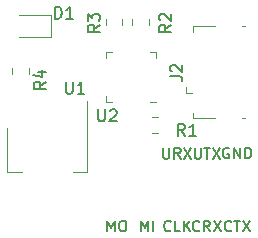
<source format=gbr>
%TF.GenerationSoftware,KiCad,Pcbnew,(5.0.0)*%
%TF.CreationDate,2019-02-19T13:25:24-06:00*%
%TF.ProjectId,USBBreakout,555342427265616B6F75742E6B696361,rev?*%
%TF.SameCoordinates,Original*%
%TF.FileFunction,Legend,Top*%
%TF.FilePolarity,Positive*%
%FSLAX46Y46*%
G04 Gerber Fmt 4.6, Leading zero omitted, Abs format (unit mm)*
G04 Created by KiCad (PCBNEW (5.0.0)) date 02/19/19 13:25:24*
%MOMM*%
%LPD*%
G01*
G04 APERTURE LIST*
%ADD10C,0.150000*%
%ADD11C,0.120000*%
G04 APERTURE END LIST*
D10*
X154299585Y-93512542D02*
X154299585Y-94241114D01*
X154342442Y-94326828D01*
X154385300Y-94369685D01*
X154471014Y-94412542D01*
X154642442Y-94412542D01*
X154728157Y-94369685D01*
X154771014Y-94326828D01*
X154813871Y-94241114D01*
X154813871Y-93512542D01*
X155756728Y-94412542D02*
X155456728Y-93983971D01*
X155242442Y-94412542D02*
X155242442Y-93512542D01*
X155585300Y-93512542D01*
X155671014Y-93555400D01*
X155713871Y-93598257D01*
X155756728Y-93683971D01*
X155756728Y-93812542D01*
X155713871Y-93898257D01*
X155671014Y-93941114D01*
X155585300Y-93983971D01*
X155242442Y-93983971D01*
X156056728Y-93512542D02*
X156656728Y-94412542D01*
X156656728Y-93512542D02*
X156056728Y-94412542D01*
X156946728Y-93512542D02*
X156946728Y-94241114D01*
X156989585Y-94326828D01*
X157032442Y-94369685D01*
X157118157Y-94412542D01*
X157289585Y-94412542D01*
X157375300Y-94369685D01*
X157418157Y-94326828D01*
X157461014Y-94241114D01*
X157461014Y-93512542D01*
X157761014Y-93512542D02*
X158275300Y-93512542D01*
X158018157Y-94412542D02*
X158018157Y-93512542D01*
X158489585Y-93512542D02*
X159089585Y-94412542D01*
X159089585Y-93512542D02*
X158489585Y-94412542D01*
X159854985Y-93530000D02*
X159769271Y-93487142D01*
X159640700Y-93487142D01*
X159512128Y-93530000D01*
X159426414Y-93615714D01*
X159383557Y-93701428D01*
X159340700Y-93872857D01*
X159340700Y-94001428D01*
X159383557Y-94172857D01*
X159426414Y-94258571D01*
X159512128Y-94344285D01*
X159640700Y-94387142D01*
X159726414Y-94387142D01*
X159854985Y-94344285D01*
X159897842Y-94301428D01*
X159897842Y-94001428D01*
X159726414Y-94001428D01*
X160283557Y-94387142D02*
X160283557Y-93487142D01*
X160797842Y-94387142D01*
X160797842Y-93487142D01*
X161226414Y-94387142D02*
X161226414Y-93487142D01*
X161440700Y-93487142D01*
X161569271Y-93530000D01*
X161654985Y-93615714D01*
X161697842Y-93701428D01*
X161740700Y-93872857D01*
X161740700Y-94001428D01*
X161697842Y-94172857D01*
X161654985Y-94258571D01*
X161569271Y-94344285D01*
X161440700Y-94387142D01*
X161226414Y-94387142D01*
X149571171Y-100572042D02*
X149571171Y-99672042D01*
X149871171Y-100314900D01*
X150171171Y-99672042D01*
X150171171Y-100572042D01*
X150771171Y-99672042D02*
X150942600Y-99672042D01*
X151028314Y-99714900D01*
X151114028Y-99800614D01*
X151156885Y-99972042D01*
X151156885Y-100272042D01*
X151114028Y-100443471D01*
X151028314Y-100529185D01*
X150942600Y-100572042D01*
X150771171Y-100572042D01*
X150685457Y-100529185D01*
X150599742Y-100443471D01*
X150556885Y-100272042D01*
X150556885Y-99972042D01*
X150599742Y-99800614D01*
X150685457Y-99714900D01*
X150771171Y-99672042D01*
X152419114Y-100572042D02*
X152419114Y-99672042D01*
X152719114Y-100314900D01*
X153019114Y-99672042D01*
X153019114Y-100572042D01*
X153447685Y-100572042D02*
X153447685Y-99672042D01*
X154937685Y-100486328D02*
X154894828Y-100529185D01*
X154766257Y-100572042D01*
X154680542Y-100572042D01*
X154551971Y-100529185D01*
X154466257Y-100443471D01*
X154423400Y-100357757D01*
X154380542Y-100186328D01*
X154380542Y-100057757D01*
X154423400Y-99886328D01*
X154466257Y-99800614D01*
X154551971Y-99714900D01*
X154680542Y-99672042D01*
X154766257Y-99672042D01*
X154894828Y-99714900D01*
X154937685Y-99757757D01*
X155751971Y-100572042D02*
X155323400Y-100572042D01*
X155323400Y-99672042D01*
X156051971Y-100572042D02*
X156051971Y-99672042D01*
X156566257Y-100572042D02*
X156180542Y-100057757D01*
X156566257Y-99672042D02*
X156051971Y-100186328D01*
X160047842Y-100499028D02*
X160004985Y-100541885D01*
X159876414Y-100584742D01*
X159790700Y-100584742D01*
X159662128Y-100541885D01*
X159576414Y-100456171D01*
X159533557Y-100370457D01*
X159490700Y-100199028D01*
X159490700Y-100070457D01*
X159533557Y-99899028D01*
X159576414Y-99813314D01*
X159662128Y-99727600D01*
X159790700Y-99684742D01*
X159876414Y-99684742D01*
X160004985Y-99727600D01*
X160047842Y-99770457D01*
X160304985Y-99684742D02*
X160819271Y-99684742D01*
X160562128Y-100584742D02*
X160562128Y-99684742D01*
X161033557Y-99684742D02*
X161633557Y-100584742D01*
X161633557Y-99684742D02*
X161033557Y-100584742D01*
X157349900Y-100486328D02*
X157307042Y-100529185D01*
X157178471Y-100572042D01*
X157092757Y-100572042D01*
X156964185Y-100529185D01*
X156878471Y-100443471D01*
X156835614Y-100357757D01*
X156792757Y-100186328D01*
X156792757Y-100057757D01*
X156835614Y-99886328D01*
X156878471Y-99800614D01*
X156964185Y-99714900D01*
X157092757Y-99672042D01*
X157178471Y-99672042D01*
X157307042Y-99714900D01*
X157349900Y-99757757D01*
X158249900Y-100572042D02*
X157949900Y-100143471D01*
X157735614Y-100572042D02*
X157735614Y-99672042D01*
X158078471Y-99672042D01*
X158164185Y-99714900D01*
X158207042Y-99757757D01*
X158249900Y-99843471D01*
X158249900Y-99972042D01*
X158207042Y-100057757D01*
X158164185Y-100100614D01*
X158078471Y-100143471D01*
X157735614Y-100143471D01*
X158549900Y-99672042D02*
X159149900Y-100572042D01*
X159149900Y-99672042D02*
X158549900Y-100572042D01*
D11*
X156797000Y-91022000D02*
X156797000Y-90572000D01*
X158647000Y-91022000D02*
X156797000Y-91022000D01*
X161197000Y-83222000D02*
X160947000Y-83222000D01*
X161197000Y-91022000D02*
X160947000Y-91022000D01*
X158647000Y-83222000D02*
X156797000Y-83222000D01*
X156797000Y-83222000D02*
X156797000Y-83672000D01*
X156247000Y-88822000D02*
X156247000Y-88372000D01*
X156247000Y-88822000D02*
X156697000Y-88822000D01*
X153362922Y-92277000D02*
X153880078Y-92277000D01*
X153362922Y-90857000D02*
X153880078Y-90857000D01*
X151626500Y-83141078D02*
X151626500Y-82623922D01*
X153046500Y-83141078D02*
X153046500Y-82623922D01*
X150824000Y-82623922D02*
X150824000Y-83141078D01*
X149404000Y-82623922D02*
X149404000Y-83141078D01*
X149939500Y-89613000D02*
X149464500Y-89613000D01*
X149464500Y-89613000D02*
X149464500Y-89138000D01*
X153209500Y-85393000D02*
X153684500Y-85393000D01*
X153684500Y-85393000D02*
X153684500Y-85868000D01*
X149939500Y-85393000D02*
X149464500Y-85393000D01*
X149464500Y-85393000D02*
X149464500Y-85868000D01*
X153209500Y-89613000D02*
X153684500Y-89613000D01*
X141052500Y-95572500D02*
X142312500Y-95572500D01*
X147872500Y-95572500D02*
X146612500Y-95572500D01*
X141052500Y-91812500D02*
X141052500Y-95572500D01*
X147872500Y-89562500D02*
X147872500Y-95572500D01*
X142114000Y-84145000D02*
X144799000Y-84145000D01*
X144799000Y-84145000D02*
X144799000Y-82225000D01*
X144799000Y-82225000D02*
X142114000Y-82225000D01*
X141466500Y-87268578D02*
X141466500Y-86751422D01*
X142886500Y-87268578D02*
X142886500Y-86751422D01*
D10*
X154899380Y-87455333D02*
X155613666Y-87455333D01*
X155756523Y-87502952D01*
X155851761Y-87598190D01*
X155899380Y-87741047D01*
X155899380Y-87836285D01*
X154994619Y-87026761D02*
X154947000Y-86979142D01*
X154899380Y-86883904D01*
X154899380Y-86645809D01*
X154947000Y-86550571D01*
X154994619Y-86502952D01*
X155089857Y-86455333D01*
X155185095Y-86455333D01*
X155327952Y-86502952D01*
X155899380Y-87074380D01*
X155899380Y-86455333D01*
X156119533Y-92476580D02*
X155786200Y-92000390D01*
X155548104Y-92476580D02*
X155548104Y-91476580D01*
X155929057Y-91476580D01*
X156024295Y-91524200D01*
X156071914Y-91571819D01*
X156119533Y-91667057D01*
X156119533Y-91809914D01*
X156071914Y-91905152D01*
X156024295Y-91952771D01*
X155929057Y-92000390D01*
X155548104Y-92000390D01*
X157071914Y-92476580D02*
X156500485Y-92476580D01*
X156786200Y-92476580D02*
X156786200Y-91476580D01*
X156690961Y-91619438D01*
X156595723Y-91714676D01*
X156500485Y-91762295D01*
X148915380Y-83097666D02*
X148439190Y-83431000D01*
X148915380Y-83669095D02*
X147915380Y-83669095D01*
X147915380Y-83288142D01*
X147963000Y-83192904D01*
X148010619Y-83145285D01*
X148105857Y-83097666D01*
X148248714Y-83097666D01*
X148343952Y-83145285D01*
X148391571Y-83192904D01*
X148439190Y-83288142D01*
X148439190Y-83669095D01*
X147915380Y-82764333D02*
X147915380Y-82145285D01*
X148296333Y-82478619D01*
X148296333Y-82335761D01*
X148343952Y-82240523D01*
X148391571Y-82192904D01*
X148486809Y-82145285D01*
X148724904Y-82145285D01*
X148820142Y-82192904D01*
X148867761Y-82240523D01*
X148915380Y-82335761D01*
X148915380Y-82621476D01*
X148867761Y-82716714D01*
X148820142Y-82764333D01*
X154947880Y-83097666D02*
X154471690Y-83431000D01*
X154947880Y-83669095D02*
X153947880Y-83669095D01*
X153947880Y-83288142D01*
X153995500Y-83192904D01*
X154043119Y-83145285D01*
X154138357Y-83097666D01*
X154281214Y-83097666D01*
X154376452Y-83145285D01*
X154424071Y-83192904D01*
X154471690Y-83288142D01*
X154471690Y-83669095D01*
X154043119Y-82716714D02*
X153995500Y-82669095D01*
X153947880Y-82573857D01*
X153947880Y-82335761D01*
X153995500Y-82240523D01*
X154043119Y-82192904D01*
X154138357Y-82145285D01*
X154233595Y-82145285D01*
X154376452Y-82192904D01*
X154947880Y-82764333D01*
X154947880Y-82145285D01*
X148780595Y-90257380D02*
X148780595Y-91066904D01*
X148828214Y-91162142D01*
X148875833Y-91209761D01*
X148971071Y-91257380D01*
X149161547Y-91257380D01*
X149256785Y-91209761D01*
X149304404Y-91162142D01*
X149352023Y-91066904D01*
X149352023Y-90257380D01*
X149780595Y-90352619D02*
X149828214Y-90305000D01*
X149923452Y-90257380D01*
X150161547Y-90257380D01*
X150256785Y-90305000D01*
X150304404Y-90352619D01*
X150352023Y-90447857D01*
X150352023Y-90543095D01*
X150304404Y-90685952D01*
X149732976Y-91257380D01*
X150352023Y-91257380D01*
X146050095Y-87907880D02*
X146050095Y-88717404D01*
X146097714Y-88812642D01*
X146145333Y-88860261D01*
X146240571Y-88907880D01*
X146431047Y-88907880D01*
X146526285Y-88860261D01*
X146573904Y-88812642D01*
X146621523Y-88717404D01*
X146621523Y-87907880D01*
X147621523Y-88907880D02*
X147050095Y-88907880D01*
X147335809Y-88907880D02*
X147335809Y-87907880D01*
X147240571Y-88050738D01*
X147145333Y-88145976D01*
X147050095Y-88193595D01*
X145121404Y-82557880D02*
X145121404Y-81557880D01*
X145359500Y-81557880D01*
X145502357Y-81605500D01*
X145597595Y-81700738D01*
X145645214Y-81795976D01*
X145692833Y-81986452D01*
X145692833Y-82129309D01*
X145645214Y-82319785D01*
X145597595Y-82415023D01*
X145502357Y-82510261D01*
X145359500Y-82557880D01*
X145121404Y-82557880D01*
X146645214Y-82557880D02*
X146073785Y-82557880D01*
X146359500Y-82557880D02*
X146359500Y-81557880D01*
X146264261Y-81700738D01*
X146169023Y-81795976D01*
X146073785Y-81843595D01*
X144343380Y-87923666D02*
X143867190Y-88257000D01*
X144343380Y-88495095D02*
X143343380Y-88495095D01*
X143343380Y-88114142D01*
X143391000Y-88018904D01*
X143438619Y-87971285D01*
X143533857Y-87923666D01*
X143676714Y-87923666D01*
X143771952Y-87971285D01*
X143819571Y-88018904D01*
X143867190Y-88114142D01*
X143867190Y-88495095D01*
X143676714Y-87066523D02*
X144343380Y-87066523D01*
X143295761Y-87304619D02*
X144010047Y-87542714D01*
X144010047Y-86923666D01*
M02*

</source>
